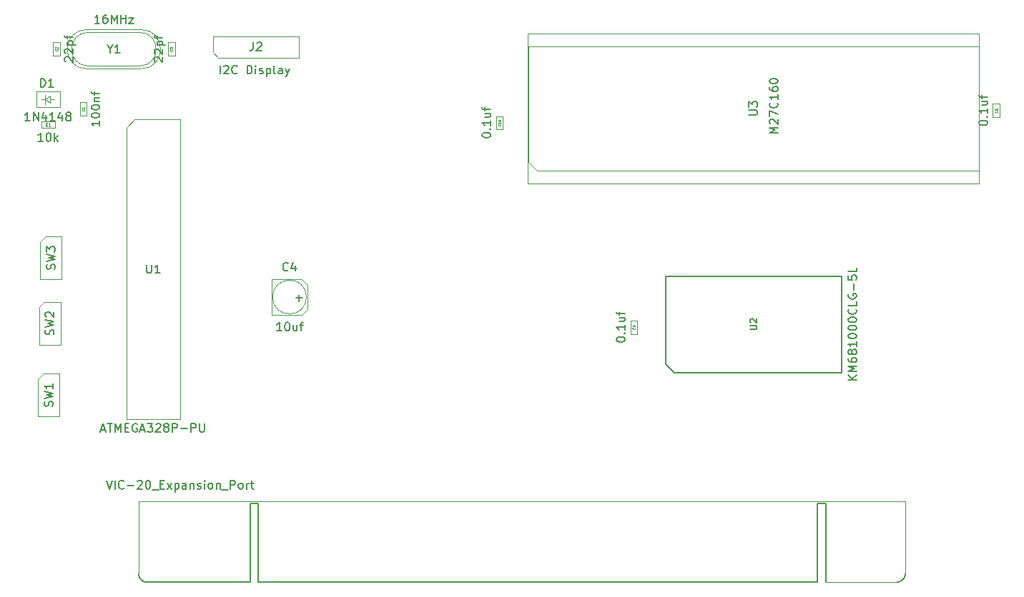
<source format=gbr>
G04 #@! TF.FileFunction,Other,Fab,Top*
%FSLAX46Y46*%
G04 Gerber Fmt 4.6, Leading zero omitted, Abs format (unit mm)*
G04 Created by KiCad (PCBNEW 4.0.7) date 07/14/18 13:42:47*
%MOMM*%
%LPD*%
G01*
G04 APERTURE LIST*
%ADD10C,0.100000*%
%ADD11C,0.150000*%
%ADD12C,0.075000*%
G04 APERTURE END LIST*
D10*
X107810300Y-59730400D02*
X107810300Y-46000400D01*
X107810300Y-46000400D02*
X161150300Y-46000400D01*
X161150300Y-46000400D02*
X161150300Y-60730400D01*
X161150300Y-60730400D02*
X108810300Y-60730400D01*
X108810300Y-60730400D02*
X107810300Y-59730400D01*
X107750300Y-62255400D02*
X161210300Y-62255400D01*
X161210300Y-62255400D02*
X161210300Y-44475400D01*
X161210300Y-44475400D02*
X107750300Y-44475400D01*
X107750300Y-44475400D02*
X107750300Y-62255400D01*
X54718000Y-54228900D02*
X54718000Y-52628900D01*
X54718000Y-52628900D02*
X55518000Y-52628900D01*
X55518000Y-52628900D02*
X55518000Y-54228900D01*
X55518000Y-54228900D02*
X54718000Y-54228900D01*
X51568400Y-47091500D02*
X51568400Y-45491500D01*
X51568400Y-45491500D02*
X52368400Y-45491500D01*
X52368400Y-45491500D02*
X52368400Y-47091500D01*
X52368400Y-47091500D02*
X51568400Y-47091500D01*
X65970100Y-45529600D02*
X65970100Y-47129600D01*
X65970100Y-47129600D02*
X65170100Y-47129600D01*
X65170100Y-47129600D02*
X65170100Y-45529600D01*
X65170100Y-45529600D02*
X65970100Y-45529600D01*
X81545180Y-75717400D02*
G75*
G03X81545180Y-75717400I-2000000J0D01*
G01*
X77415180Y-73587400D02*
X77415180Y-77847400D01*
X81005180Y-73587400D02*
X77415180Y-73587400D01*
X81675180Y-74257400D02*
X81005180Y-73587400D01*
X81675180Y-77177400D02*
X81675180Y-74257400D01*
X81005180Y-77847400D02*
X81675180Y-77177400D01*
X77415180Y-77847400D02*
X81005180Y-77847400D01*
X163620400Y-52806700D02*
X163620400Y-54406700D01*
X163620400Y-54406700D02*
X162820400Y-54406700D01*
X162820400Y-54406700D02*
X162820400Y-52806700D01*
X162820400Y-52806700D02*
X163620400Y-52806700D01*
X120709640Y-78493720D02*
X120709640Y-80093720D01*
X120709640Y-80093720D02*
X119909640Y-80093720D01*
X119909640Y-80093720D02*
X119909640Y-78493720D01*
X119909640Y-78493720D02*
X120709640Y-78493720D01*
X104804160Y-54267200D02*
X104804160Y-55867200D01*
X104804160Y-55867200D02*
X104004160Y-55867200D01*
X104004160Y-55867200D02*
X104004160Y-54267200D01*
X104004160Y-54267200D02*
X104804160Y-54267200D01*
X51189700Y-52273200D02*
X51689700Y-52273200D01*
X51189700Y-52673200D02*
X50589700Y-52273200D01*
X51189700Y-51873200D02*
X51189700Y-52673200D01*
X50589700Y-52273200D02*
X51189700Y-51873200D01*
X50589700Y-52273200D02*
X50589700Y-52823200D01*
X50589700Y-52273200D02*
X50589700Y-51723200D01*
X50189700Y-52273200D02*
X50589700Y-52273200D01*
X49539700Y-53173200D02*
X49539700Y-51373200D01*
X52339700Y-53173200D02*
X49539700Y-53173200D01*
X52339700Y-51373200D02*
X52339700Y-53173200D01*
X49539700Y-51373200D02*
X52339700Y-51373200D01*
X70485000Y-46697900D02*
X70485000Y-44792900D01*
X70485000Y-44792900D02*
X80645000Y-44792900D01*
X80645000Y-44792900D02*
X80645000Y-47332900D01*
X80645000Y-47332900D02*
X71120000Y-47332900D01*
X71120000Y-47332900D02*
X70485000Y-46697900D01*
X50139700Y-55695800D02*
X50139700Y-54895800D01*
X51739700Y-55695800D02*
X50139700Y-55695800D01*
X51739700Y-54895800D02*
X51739700Y-55695800D01*
X50139700Y-54895800D02*
X51739700Y-54895800D01*
X50419000Y-84797900D02*
X52324000Y-84797900D01*
X52324000Y-84797900D02*
X52324000Y-89877900D01*
X52324000Y-89877900D02*
X49784000Y-89877900D01*
X49784000Y-89877900D02*
X49784000Y-85432900D01*
X49784000Y-85432900D02*
X50419000Y-84797900D01*
X50546000Y-76288900D02*
X52451000Y-76288900D01*
X52451000Y-76288900D02*
X52451000Y-81368900D01*
X52451000Y-81368900D02*
X49911000Y-81368900D01*
X49911000Y-81368900D02*
X49911000Y-76923900D01*
X49911000Y-76923900D02*
X50546000Y-76288900D01*
X50673000Y-68541900D02*
X52578000Y-68541900D01*
X52578000Y-68541900D02*
X52578000Y-73621900D01*
X52578000Y-73621900D02*
X50038000Y-73621900D01*
X50038000Y-73621900D02*
X50038000Y-69176900D01*
X50038000Y-69176900D02*
X50673000Y-68541900D01*
X61948600Y-48654600D02*
X55548600Y-48654600D01*
X61948600Y-44004600D02*
X55548600Y-44004600D01*
X61748600Y-48329600D02*
X55748600Y-48329600D01*
X61748600Y-44329600D02*
X55748600Y-44329600D01*
X61948600Y-44004600D02*
G75*
G02X61948600Y-48654600I0J-2325000D01*
G01*
X55548600Y-44004600D02*
G75*
G03X55548600Y-48654600I0J-2325000D01*
G01*
X61748600Y-44329600D02*
G75*
G02X61748600Y-48329600I0J-2000000D01*
G01*
X55748600Y-44329600D02*
G75*
G03X55748600Y-48329600I0J-2000000D01*
G01*
X61205620Y-54648100D02*
X66555620Y-54648100D01*
X66555620Y-54648100D02*
X66555620Y-90208100D01*
X66555620Y-90208100D02*
X60205620Y-90208100D01*
X60205620Y-90208100D02*
X60205620Y-55648100D01*
X60205620Y-55648100D02*
X61205620Y-54648100D01*
D11*
X75861100Y-109523600D02*
X75861100Y-100203600D01*
X75861100Y-100203600D02*
X74861100Y-100203600D01*
X74861100Y-100203600D02*
X74861100Y-109523600D01*
X74861100Y-109523600D02*
X62661100Y-109523600D01*
X142061100Y-109523600D02*
X75861100Y-109523600D01*
X143061100Y-109523600D02*
X143061100Y-100203600D01*
X143061100Y-100203600D02*
X142061100Y-100203600D01*
X142061100Y-100203600D02*
X142061100Y-109523600D01*
X61661100Y-108523600D02*
G75*
G03X62661100Y-109523600I1000000J0D01*
G01*
X151461100Y-109523600D02*
G75*
G03X152461100Y-108523600I0J1000000D01*
G01*
D10*
X151461100Y-109523600D02*
X143061100Y-109523600D01*
X61661100Y-108523600D02*
X61661100Y-99923600D01*
X61661100Y-99923600D02*
X152461100Y-99923600D01*
X152461100Y-99923600D02*
X152461100Y-108523600D01*
D11*
X124075700Y-83658200D02*
X124075700Y-73228200D01*
X124075700Y-73228200D02*
X144935700Y-73228200D01*
X144935700Y-73228200D02*
X144935700Y-84658200D01*
X144935700Y-84658200D02*
X125075700Y-84658200D01*
X125075700Y-84658200D02*
X124075700Y-83658200D01*
X137358381Y-56287586D02*
X136358381Y-56287586D01*
X137072667Y-55954252D01*
X136358381Y-55620919D01*
X137358381Y-55620919D01*
X136453619Y-55192348D02*
X136406000Y-55144729D01*
X136358381Y-55049491D01*
X136358381Y-54811395D01*
X136406000Y-54716157D01*
X136453619Y-54668538D01*
X136548857Y-54620919D01*
X136644095Y-54620919D01*
X136786952Y-54668538D01*
X137358381Y-55239967D01*
X137358381Y-54620919D01*
X136358381Y-54287586D02*
X136358381Y-53620919D01*
X137358381Y-54049491D01*
X137263143Y-52668538D02*
X137310762Y-52716157D01*
X137358381Y-52859014D01*
X137358381Y-52954252D01*
X137310762Y-53097110D01*
X137215524Y-53192348D01*
X137120286Y-53239967D01*
X136929810Y-53287586D01*
X136786952Y-53287586D01*
X136596476Y-53239967D01*
X136501238Y-53192348D01*
X136406000Y-53097110D01*
X136358381Y-52954252D01*
X136358381Y-52859014D01*
X136406000Y-52716157D01*
X136453619Y-52668538D01*
X137358381Y-51716157D02*
X137358381Y-52287586D01*
X137358381Y-52001872D02*
X136358381Y-52001872D01*
X136501238Y-52097110D01*
X136596476Y-52192348D01*
X136644095Y-52287586D01*
X136358381Y-50859014D02*
X136358381Y-51049491D01*
X136406000Y-51144729D01*
X136453619Y-51192348D01*
X136596476Y-51287586D01*
X136786952Y-51335205D01*
X137167905Y-51335205D01*
X137263143Y-51287586D01*
X137310762Y-51239967D01*
X137358381Y-51144729D01*
X137358381Y-50954252D01*
X137310762Y-50859014D01*
X137263143Y-50811395D01*
X137167905Y-50763776D01*
X136929810Y-50763776D01*
X136834571Y-50811395D01*
X136786952Y-50859014D01*
X136739333Y-50954252D01*
X136739333Y-51144729D01*
X136786952Y-51239967D01*
X136834571Y-51287586D01*
X136929810Y-51335205D01*
X136358381Y-50144729D02*
X136358381Y-50049490D01*
X136406000Y-49954252D01*
X136453619Y-49906633D01*
X136548857Y-49859014D01*
X136739333Y-49811395D01*
X136977429Y-49811395D01*
X137167905Y-49859014D01*
X137263143Y-49906633D01*
X137310762Y-49954252D01*
X137358381Y-50049490D01*
X137358381Y-50144729D01*
X137310762Y-50239967D01*
X137263143Y-50287586D01*
X137167905Y-50335205D01*
X136977429Y-50382824D01*
X136739333Y-50382824D01*
X136548857Y-50335205D01*
X136453619Y-50287586D01*
X136406000Y-50239967D01*
X136358381Y-50144729D01*
X133932681Y-54127305D02*
X134742205Y-54127305D01*
X134837443Y-54079686D01*
X134885062Y-54032067D01*
X134932681Y-53936829D01*
X134932681Y-53746352D01*
X134885062Y-53651114D01*
X134837443Y-53603495D01*
X134742205Y-53555876D01*
X133932681Y-53555876D01*
X133932681Y-53174924D02*
X133932681Y-52555876D01*
X134313633Y-52889210D01*
X134313633Y-52746352D01*
X134361252Y-52651114D01*
X134408871Y-52603495D01*
X134504110Y-52555876D01*
X134742205Y-52555876D01*
X134837443Y-52603495D01*
X134885062Y-52651114D01*
X134932681Y-52746352D01*
X134932681Y-53032067D01*
X134885062Y-53127305D01*
X134837443Y-53174924D01*
X57070381Y-54833662D02*
X57070381Y-55405091D01*
X57070381Y-55119377D02*
X56070381Y-55119377D01*
X56213238Y-55214615D01*
X56308476Y-55309853D01*
X56356095Y-55405091D01*
X56070381Y-54214615D02*
X56070381Y-54119376D01*
X56118000Y-54024138D01*
X56165619Y-53976519D01*
X56260857Y-53928900D01*
X56451333Y-53881281D01*
X56689429Y-53881281D01*
X56879905Y-53928900D01*
X56975143Y-53976519D01*
X57022762Y-54024138D01*
X57070381Y-54119376D01*
X57070381Y-54214615D01*
X57022762Y-54309853D01*
X56975143Y-54357472D01*
X56879905Y-54405091D01*
X56689429Y-54452710D01*
X56451333Y-54452710D01*
X56260857Y-54405091D01*
X56165619Y-54357472D01*
X56118000Y-54309853D01*
X56070381Y-54214615D01*
X56070381Y-53262234D02*
X56070381Y-53166995D01*
X56118000Y-53071757D01*
X56165619Y-53024138D01*
X56260857Y-52976519D01*
X56451333Y-52928900D01*
X56689429Y-52928900D01*
X56879905Y-52976519D01*
X56975143Y-53024138D01*
X57022762Y-53071757D01*
X57070381Y-53166995D01*
X57070381Y-53262234D01*
X57022762Y-53357472D01*
X56975143Y-53405091D01*
X56879905Y-53452710D01*
X56689429Y-53500329D01*
X56451333Y-53500329D01*
X56260857Y-53452710D01*
X56165619Y-53405091D01*
X56118000Y-53357472D01*
X56070381Y-53262234D01*
X56403714Y-52500329D02*
X57070381Y-52500329D01*
X56498952Y-52500329D02*
X56451333Y-52452710D01*
X56403714Y-52357472D01*
X56403714Y-52214614D01*
X56451333Y-52119376D01*
X56546571Y-52071757D01*
X57070381Y-52071757D01*
X56403714Y-51738424D02*
X56403714Y-51357472D01*
X57070381Y-51595567D02*
X56213238Y-51595567D01*
X56118000Y-51547948D01*
X56070381Y-51452710D01*
X56070381Y-51357472D01*
D12*
X55225143Y-53478900D02*
X55239429Y-53493186D01*
X55253714Y-53536043D01*
X55253714Y-53564614D01*
X55239429Y-53607471D01*
X55210857Y-53636043D01*
X55182286Y-53650328D01*
X55125143Y-53664614D01*
X55082286Y-53664614D01*
X55025143Y-53650328D01*
X54996571Y-53636043D01*
X54968000Y-53607471D01*
X54953714Y-53564614D01*
X54953714Y-53536043D01*
X54968000Y-53493186D01*
X54982286Y-53478900D01*
X55253714Y-53193186D02*
X55253714Y-53364614D01*
X55253714Y-53278900D02*
X54953714Y-53278900D01*
X54996571Y-53307471D01*
X55025143Y-53336043D01*
X55039429Y-53364614D01*
D11*
X53016019Y-47791500D02*
X52968400Y-47743881D01*
X52920781Y-47648643D01*
X52920781Y-47410547D01*
X52968400Y-47315309D01*
X53016019Y-47267690D01*
X53111257Y-47220071D01*
X53206495Y-47220071D01*
X53349352Y-47267690D01*
X53920781Y-47839119D01*
X53920781Y-47220071D01*
X53016019Y-46839119D02*
X52968400Y-46791500D01*
X52920781Y-46696262D01*
X52920781Y-46458166D01*
X52968400Y-46362928D01*
X53016019Y-46315309D01*
X53111257Y-46267690D01*
X53206495Y-46267690D01*
X53349352Y-46315309D01*
X53920781Y-46886738D01*
X53920781Y-46267690D01*
X53254114Y-45839119D02*
X54254114Y-45839119D01*
X53301733Y-45839119D02*
X53254114Y-45743881D01*
X53254114Y-45553404D01*
X53301733Y-45458166D01*
X53349352Y-45410547D01*
X53444590Y-45362928D01*
X53730305Y-45362928D01*
X53825543Y-45410547D01*
X53873162Y-45458166D01*
X53920781Y-45553404D01*
X53920781Y-45743881D01*
X53873162Y-45839119D01*
X53254114Y-45077214D02*
X53254114Y-44696262D01*
X53920781Y-44934357D02*
X53063638Y-44934357D01*
X52968400Y-44886738D01*
X52920781Y-44791500D01*
X52920781Y-44696262D01*
D12*
X52075543Y-46341500D02*
X52089829Y-46355786D01*
X52104114Y-46398643D01*
X52104114Y-46427214D01*
X52089829Y-46470071D01*
X52061257Y-46498643D01*
X52032686Y-46512928D01*
X51975543Y-46527214D01*
X51932686Y-46527214D01*
X51875543Y-46512928D01*
X51846971Y-46498643D01*
X51818400Y-46470071D01*
X51804114Y-46427214D01*
X51804114Y-46398643D01*
X51818400Y-46355786D01*
X51832686Y-46341500D01*
X51832686Y-46227214D02*
X51818400Y-46212928D01*
X51804114Y-46184357D01*
X51804114Y-46112928D01*
X51818400Y-46084357D01*
X51832686Y-46070071D01*
X51861257Y-46055786D01*
X51889829Y-46055786D01*
X51932686Y-46070071D01*
X52104114Y-46241500D01*
X52104114Y-46055786D01*
D11*
X63617719Y-47829600D02*
X63570100Y-47781981D01*
X63522481Y-47686743D01*
X63522481Y-47448647D01*
X63570100Y-47353409D01*
X63617719Y-47305790D01*
X63712957Y-47258171D01*
X63808195Y-47258171D01*
X63951052Y-47305790D01*
X64522481Y-47877219D01*
X64522481Y-47258171D01*
X63617719Y-46877219D02*
X63570100Y-46829600D01*
X63522481Y-46734362D01*
X63522481Y-46496266D01*
X63570100Y-46401028D01*
X63617719Y-46353409D01*
X63712957Y-46305790D01*
X63808195Y-46305790D01*
X63951052Y-46353409D01*
X64522481Y-46924838D01*
X64522481Y-46305790D01*
X63855814Y-45877219D02*
X64855814Y-45877219D01*
X63903433Y-45877219D02*
X63855814Y-45781981D01*
X63855814Y-45591504D01*
X63903433Y-45496266D01*
X63951052Y-45448647D01*
X64046290Y-45401028D01*
X64332005Y-45401028D01*
X64427243Y-45448647D01*
X64474862Y-45496266D01*
X64522481Y-45591504D01*
X64522481Y-45781981D01*
X64474862Y-45877219D01*
X63855814Y-45115314D02*
X63855814Y-44734362D01*
X64522481Y-44972457D02*
X63665338Y-44972457D01*
X63570100Y-44924838D01*
X63522481Y-44829600D01*
X63522481Y-44734362D01*
D12*
X65677243Y-46379600D02*
X65691529Y-46393886D01*
X65705814Y-46436743D01*
X65705814Y-46465314D01*
X65691529Y-46508171D01*
X65662957Y-46536743D01*
X65634386Y-46551028D01*
X65577243Y-46565314D01*
X65534386Y-46565314D01*
X65477243Y-46551028D01*
X65448671Y-46536743D01*
X65420100Y-46508171D01*
X65405814Y-46465314D01*
X65405814Y-46436743D01*
X65420100Y-46393886D01*
X65434386Y-46379600D01*
X65405814Y-46279600D02*
X65405814Y-46093886D01*
X65520100Y-46193886D01*
X65520100Y-46151028D01*
X65534386Y-46122457D01*
X65548671Y-46108171D01*
X65577243Y-46093886D01*
X65648671Y-46093886D01*
X65677243Y-46108171D01*
X65691529Y-46122457D01*
X65705814Y-46151028D01*
X65705814Y-46236743D01*
X65691529Y-46265314D01*
X65677243Y-46279600D01*
D11*
X78616609Y-79709781D02*
X78045180Y-79709781D01*
X78330894Y-79709781D02*
X78330894Y-78709781D01*
X78235656Y-78852638D01*
X78140418Y-78947876D01*
X78045180Y-78995495D01*
X79235656Y-78709781D02*
X79330895Y-78709781D01*
X79426133Y-78757400D01*
X79473752Y-78805019D01*
X79521371Y-78900257D01*
X79568990Y-79090733D01*
X79568990Y-79328829D01*
X79521371Y-79519305D01*
X79473752Y-79614543D01*
X79426133Y-79662162D01*
X79330895Y-79709781D01*
X79235656Y-79709781D01*
X79140418Y-79662162D01*
X79092799Y-79614543D01*
X79045180Y-79519305D01*
X78997561Y-79328829D01*
X78997561Y-79090733D01*
X79045180Y-78900257D01*
X79092799Y-78805019D01*
X79140418Y-78757400D01*
X79235656Y-78709781D01*
X80426133Y-79043114D02*
X80426133Y-79709781D01*
X79997561Y-79043114D02*
X79997561Y-79566924D01*
X80045180Y-79662162D01*
X80140418Y-79709781D01*
X80283276Y-79709781D01*
X80378514Y-79662162D01*
X80426133Y-79614543D01*
X80759466Y-79043114D02*
X81140418Y-79043114D01*
X80902323Y-79709781D02*
X80902323Y-78852638D01*
X80949942Y-78757400D01*
X81045180Y-78709781D01*
X81140418Y-78709781D01*
X80284228Y-75848829D02*
X81046133Y-75848829D01*
X80665181Y-76229781D02*
X80665181Y-75467876D01*
X79378514Y-72534543D02*
X79330895Y-72582162D01*
X79188038Y-72629781D01*
X79092800Y-72629781D01*
X78949942Y-72582162D01*
X78854704Y-72486924D01*
X78807085Y-72391686D01*
X78759466Y-72201210D01*
X78759466Y-72058352D01*
X78807085Y-71867876D01*
X78854704Y-71772638D01*
X78949942Y-71677400D01*
X79092800Y-71629781D01*
X79188038Y-71629781D01*
X79330895Y-71677400D01*
X79378514Y-71725019D01*
X80235657Y-71963114D02*
X80235657Y-72629781D01*
X79997561Y-71582162D02*
X79759466Y-72296448D01*
X80378514Y-72296448D01*
X161172781Y-55106700D02*
X161172781Y-55011461D01*
X161220400Y-54916223D01*
X161268019Y-54868604D01*
X161363257Y-54820985D01*
X161553733Y-54773366D01*
X161791829Y-54773366D01*
X161982305Y-54820985D01*
X162077543Y-54868604D01*
X162125162Y-54916223D01*
X162172781Y-55011461D01*
X162172781Y-55106700D01*
X162125162Y-55201938D01*
X162077543Y-55249557D01*
X161982305Y-55297176D01*
X161791829Y-55344795D01*
X161553733Y-55344795D01*
X161363257Y-55297176D01*
X161268019Y-55249557D01*
X161220400Y-55201938D01*
X161172781Y-55106700D01*
X162077543Y-54344795D02*
X162125162Y-54297176D01*
X162172781Y-54344795D01*
X162125162Y-54392414D01*
X162077543Y-54344795D01*
X162172781Y-54344795D01*
X162172781Y-53344795D02*
X162172781Y-53916224D01*
X162172781Y-53630510D02*
X161172781Y-53630510D01*
X161315638Y-53725748D01*
X161410876Y-53820986D01*
X161458495Y-53916224D01*
X161506114Y-52487652D02*
X162172781Y-52487652D01*
X161506114Y-52916224D02*
X162029924Y-52916224D01*
X162125162Y-52868605D01*
X162172781Y-52773367D01*
X162172781Y-52630509D01*
X162125162Y-52535271D01*
X162077543Y-52487652D01*
X161506114Y-52154319D02*
X161506114Y-51773367D01*
X162172781Y-52011462D02*
X161315638Y-52011462D01*
X161220400Y-51963843D01*
X161172781Y-51868605D01*
X161172781Y-51773367D01*
D12*
X163327543Y-53656700D02*
X163341829Y-53670986D01*
X163356114Y-53713843D01*
X163356114Y-53742414D01*
X163341829Y-53785271D01*
X163313257Y-53813843D01*
X163284686Y-53828128D01*
X163227543Y-53842414D01*
X163184686Y-53842414D01*
X163127543Y-53828128D01*
X163098971Y-53813843D01*
X163070400Y-53785271D01*
X163056114Y-53742414D01*
X163056114Y-53713843D01*
X163070400Y-53670986D01*
X163084686Y-53656700D01*
X163056114Y-53385271D02*
X163056114Y-53528128D01*
X163198971Y-53542414D01*
X163184686Y-53528128D01*
X163170400Y-53499557D01*
X163170400Y-53428128D01*
X163184686Y-53399557D01*
X163198971Y-53385271D01*
X163227543Y-53370986D01*
X163298971Y-53370986D01*
X163327543Y-53385271D01*
X163341829Y-53399557D01*
X163356114Y-53428128D01*
X163356114Y-53499557D01*
X163341829Y-53528128D01*
X163327543Y-53542414D01*
D11*
X118262021Y-80793720D02*
X118262021Y-80698481D01*
X118309640Y-80603243D01*
X118357259Y-80555624D01*
X118452497Y-80508005D01*
X118642973Y-80460386D01*
X118881069Y-80460386D01*
X119071545Y-80508005D01*
X119166783Y-80555624D01*
X119214402Y-80603243D01*
X119262021Y-80698481D01*
X119262021Y-80793720D01*
X119214402Y-80888958D01*
X119166783Y-80936577D01*
X119071545Y-80984196D01*
X118881069Y-81031815D01*
X118642973Y-81031815D01*
X118452497Y-80984196D01*
X118357259Y-80936577D01*
X118309640Y-80888958D01*
X118262021Y-80793720D01*
X119166783Y-80031815D02*
X119214402Y-79984196D01*
X119262021Y-80031815D01*
X119214402Y-80079434D01*
X119166783Y-80031815D01*
X119262021Y-80031815D01*
X119262021Y-79031815D02*
X119262021Y-79603244D01*
X119262021Y-79317530D02*
X118262021Y-79317530D01*
X118404878Y-79412768D01*
X118500116Y-79508006D01*
X118547735Y-79603244D01*
X118595354Y-78174672D02*
X119262021Y-78174672D01*
X118595354Y-78603244D02*
X119119164Y-78603244D01*
X119214402Y-78555625D01*
X119262021Y-78460387D01*
X119262021Y-78317529D01*
X119214402Y-78222291D01*
X119166783Y-78174672D01*
X118595354Y-77841339D02*
X118595354Y-77460387D01*
X119262021Y-77698482D02*
X118404878Y-77698482D01*
X118309640Y-77650863D01*
X118262021Y-77555625D01*
X118262021Y-77460387D01*
D12*
X120416783Y-79343720D02*
X120431069Y-79358006D01*
X120445354Y-79400863D01*
X120445354Y-79429434D01*
X120431069Y-79472291D01*
X120402497Y-79500863D01*
X120373926Y-79515148D01*
X120316783Y-79529434D01*
X120273926Y-79529434D01*
X120216783Y-79515148D01*
X120188211Y-79500863D01*
X120159640Y-79472291D01*
X120145354Y-79429434D01*
X120145354Y-79400863D01*
X120159640Y-79358006D01*
X120173926Y-79343720D01*
X120145354Y-79086577D02*
X120145354Y-79143720D01*
X120159640Y-79172291D01*
X120173926Y-79186577D01*
X120216783Y-79215148D01*
X120273926Y-79229434D01*
X120388211Y-79229434D01*
X120416783Y-79215148D01*
X120431069Y-79200863D01*
X120445354Y-79172291D01*
X120445354Y-79115148D01*
X120431069Y-79086577D01*
X120416783Y-79072291D01*
X120388211Y-79058006D01*
X120316783Y-79058006D01*
X120288211Y-79072291D01*
X120273926Y-79086577D01*
X120259640Y-79115148D01*
X120259640Y-79172291D01*
X120273926Y-79200863D01*
X120288211Y-79215148D01*
X120316783Y-79229434D01*
D11*
X102356541Y-56567200D02*
X102356541Y-56471961D01*
X102404160Y-56376723D01*
X102451779Y-56329104D01*
X102547017Y-56281485D01*
X102737493Y-56233866D01*
X102975589Y-56233866D01*
X103166065Y-56281485D01*
X103261303Y-56329104D01*
X103308922Y-56376723D01*
X103356541Y-56471961D01*
X103356541Y-56567200D01*
X103308922Y-56662438D01*
X103261303Y-56710057D01*
X103166065Y-56757676D01*
X102975589Y-56805295D01*
X102737493Y-56805295D01*
X102547017Y-56757676D01*
X102451779Y-56710057D01*
X102404160Y-56662438D01*
X102356541Y-56567200D01*
X103261303Y-55805295D02*
X103308922Y-55757676D01*
X103356541Y-55805295D01*
X103308922Y-55852914D01*
X103261303Y-55805295D01*
X103356541Y-55805295D01*
X103356541Y-54805295D02*
X103356541Y-55376724D01*
X103356541Y-55091010D02*
X102356541Y-55091010D01*
X102499398Y-55186248D01*
X102594636Y-55281486D01*
X102642255Y-55376724D01*
X102689874Y-53948152D02*
X103356541Y-53948152D01*
X102689874Y-54376724D02*
X103213684Y-54376724D01*
X103308922Y-54329105D01*
X103356541Y-54233867D01*
X103356541Y-54091009D01*
X103308922Y-53995771D01*
X103261303Y-53948152D01*
X102689874Y-53614819D02*
X102689874Y-53233867D01*
X103356541Y-53471962D02*
X102499398Y-53471962D01*
X102404160Y-53424343D01*
X102356541Y-53329105D01*
X102356541Y-53233867D01*
D12*
X104511303Y-55260057D02*
X104525589Y-55274343D01*
X104539874Y-55317200D01*
X104539874Y-55345771D01*
X104525589Y-55388628D01*
X104497017Y-55417200D01*
X104468446Y-55431485D01*
X104411303Y-55445771D01*
X104368446Y-55445771D01*
X104311303Y-55431485D01*
X104282731Y-55417200D01*
X104254160Y-55388628D01*
X104239874Y-55345771D01*
X104239874Y-55317200D01*
X104254160Y-55274343D01*
X104268446Y-55260057D01*
X104539874Y-54974343D02*
X104539874Y-55145771D01*
X104539874Y-55060057D02*
X104239874Y-55060057D01*
X104282731Y-55088628D01*
X104311303Y-55117200D01*
X104325589Y-55145771D01*
X104239874Y-54788629D02*
X104239874Y-54760057D01*
X104254160Y-54731486D01*
X104268446Y-54717200D01*
X104297017Y-54702914D01*
X104354160Y-54688629D01*
X104425589Y-54688629D01*
X104482731Y-54702914D01*
X104511303Y-54717200D01*
X104525589Y-54731486D01*
X104539874Y-54760057D01*
X104539874Y-54788629D01*
X104525589Y-54817200D01*
X104511303Y-54831486D01*
X104482731Y-54845771D01*
X104425589Y-54860057D01*
X104354160Y-54860057D01*
X104297017Y-54845771D01*
X104268446Y-54831486D01*
X104254160Y-54817200D01*
X104239874Y-54788629D01*
D11*
X48796843Y-54825581D02*
X48225414Y-54825581D01*
X48511128Y-54825581D02*
X48511128Y-53825581D01*
X48415890Y-53968438D01*
X48320652Y-54063676D01*
X48225414Y-54111295D01*
X49225414Y-54825581D02*
X49225414Y-53825581D01*
X49796843Y-54825581D01*
X49796843Y-53825581D01*
X50701605Y-54158914D02*
X50701605Y-54825581D01*
X50463509Y-53777962D02*
X50225414Y-54492248D01*
X50844462Y-54492248D01*
X51749224Y-54825581D02*
X51177795Y-54825581D01*
X51463509Y-54825581D02*
X51463509Y-53825581D01*
X51368271Y-53968438D01*
X51273033Y-54063676D01*
X51177795Y-54111295D01*
X52606367Y-54158914D02*
X52606367Y-54825581D01*
X52368271Y-53777962D02*
X52130176Y-54492248D01*
X52749224Y-54492248D01*
X53273033Y-54254152D02*
X53177795Y-54206533D01*
X53130176Y-54158914D01*
X53082557Y-54063676D01*
X53082557Y-54016057D01*
X53130176Y-53920819D01*
X53177795Y-53873200D01*
X53273033Y-53825581D01*
X53463510Y-53825581D01*
X53558748Y-53873200D01*
X53606367Y-53920819D01*
X53653986Y-54016057D01*
X53653986Y-54063676D01*
X53606367Y-54158914D01*
X53558748Y-54206533D01*
X53463510Y-54254152D01*
X53273033Y-54254152D01*
X53177795Y-54301771D01*
X53130176Y-54349390D01*
X53082557Y-54444629D01*
X53082557Y-54635105D01*
X53130176Y-54730343D01*
X53177795Y-54777962D01*
X53273033Y-54825581D01*
X53463510Y-54825581D01*
X53558748Y-54777962D01*
X53606367Y-54730343D01*
X53653986Y-54635105D01*
X53653986Y-54444629D01*
X53606367Y-54349390D01*
X53558748Y-54301771D01*
X53463510Y-54254152D01*
X50074605Y-50820581D02*
X50074605Y-49820581D01*
X50312700Y-49820581D01*
X50455558Y-49868200D01*
X50550796Y-49963438D01*
X50598415Y-50058676D01*
X50646034Y-50249152D01*
X50646034Y-50392010D01*
X50598415Y-50582486D01*
X50550796Y-50677724D01*
X50455558Y-50772962D01*
X50312700Y-50820581D01*
X50074605Y-50820581D01*
X51598415Y-50820581D02*
X51026986Y-50820581D01*
X51312700Y-50820581D02*
X51312700Y-49820581D01*
X51217462Y-49963438D01*
X51122224Y-50058676D01*
X51026986Y-50106295D01*
X71339581Y-49258481D02*
X71339581Y-48258481D01*
X71768152Y-48353719D02*
X71815771Y-48306100D01*
X71911009Y-48258481D01*
X72149105Y-48258481D01*
X72244343Y-48306100D01*
X72291962Y-48353719D01*
X72339581Y-48448957D01*
X72339581Y-48544195D01*
X72291962Y-48687052D01*
X71720533Y-49258481D01*
X72339581Y-49258481D01*
X73339581Y-49163243D02*
X73291962Y-49210862D01*
X73149105Y-49258481D01*
X73053867Y-49258481D01*
X72911009Y-49210862D01*
X72815771Y-49115624D01*
X72768152Y-49020386D01*
X72720533Y-48829910D01*
X72720533Y-48687052D01*
X72768152Y-48496576D01*
X72815771Y-48401338D01*
X72911009Y-48306100D01*
X73053867Y-48258481D01*
X73149105Y-48258481D01*
X73291962Y-48306100D01*
X73339581Y-48353719D01*
X74530057Y-49258481D02*
X74530057Y-48258481D01*
X74768152Y-48258481D01*
X74911010Y-48306100D01*
X75006248Y-48401338D01*
X75053867Y-48496576D01*
X75101486Y-48687052D01*
X75101486Y-48829910D01*
X75053867Y-49020386D01*
X75006248Y-49115624D01*
X74911010Y-49210862D01*
X74768152Y-49258481D01*
X74530057Y-49258481D01*
X75530057Y-49258481D02*
X75530057Y-48591814D01*
X75530057Y-48258481D02*
X75482438Y-48306100D01*
X75530057Y-48353719D01*
X75577676Y-48306100D01*
X75530057Y-48258481D01*
X75530057Y-48353719D01*
X75958628Y-49210862D02*
X76053866Y-49258481D01*
X76244342Y-49258481D01*
X76339581Y-49210862D01*
X76387200Y-49115624D01*
X76387200Y-49068005D01*
X76339581Y-48972767D01*
X76244342Y-48925148D01*
X76101485Y-48925148D01*
X76006247Y-48877529D01*
X75958628Y-48782290D01*
X75958628Y-48734671D01*
X76006247Y-48639433D01*
X76101485Y-48591814D01*
X76244342Y-48591814D01*
X76339581Y-48639433D01*
X76815771Y-48591814D02*
X76815771Y-49591814D01*
X76815771Y-48639433D02*
X76911009Y-48591814D01*
X77101486Y-48591814D01*
X77196724Y-48639433D01*
X77244343Y-48687052D01*
X77291962Y-48782290D01*
X77291962Y-49068005D01*
X77244343Y-49163243D01*
X77196724Y-49210862D01*
X77101486Y-49258481D01*
X76911009Y-49258481D01*
X76815771Y-49210862D01*
X77863390Y-49258481D02*
X77768152Y-49210862D01*
X77720533Y-49115624D01*
X77720533Y-48258481D01*
X78672915Y-49258481D02*
X78672915Y-48734671D01*
X78625296Y-48639433D01*
X78530058Y-48591814D01*
X78339581Y-48591814D01*
X78244343Y-48639433D01*
X78672915Y-49210862D02*
X78577677Y-49258481D01*
X78339581Y-49258481D01*
X78244343Y-49210862D01*
X78196724Y-49115624D01*
X78196724Y-49020386D01*
X78244343Y-48925148D01*
X78339581Y-48877529D01*
X78577677Y-48877529D01*
X78672915Y-48829910D01*
X79053867Y-48591814D02*
X79291962Y-49258481D01*
X79530058Y-48591814D02*
X79291962Y-49258481D01*
X79196724Y-49496576D01*
X79149105Y-49544195D01*
X79053867Y-49591814D01*
X75231667Y-45515281D02*
X75231667Y-46229567D01*
X75184047Y-46372424D01*
X75088809Y-46467662D01*
X74945952Y-46515281D01*
X74850714Y-46515281D01*
X75660238Y-45610519D02*
X75707857Y-45562900D01*
X75803095Y-45515281D01*
X76041191Y-45515281D01*
X76136429Y-45562900D01*
X76184048Y-45610519D01*
X76231667Y-45705757D01*
X76231667Y-45800995D01*
X76184048Y-45943852D01*
X75612619Y-46515281D01*
X76231667Y-46515281D01*
X50344462Y-57248181D02*
X49773033Y-57248181D01*
X50058747Y-57248181D02*
X50058747Y-56248181D01*
X49963509Y-56391038D01*
X49868271Y-56486276D01*
X49773033Y-56533895D01*
X50963509Y-56248181D02*
X51058748Y-56248181D01*
X51153986Y-56295800D01*
X51201605Y-56343419D01*
X51249224Y-56438657D01*
X51296843Y-56629133D01*
X51296843Y-56867229D01*
X51249224Y-57057705D01*
X51201605Y-57152943D01*
X51153986Y-57200562D01*
X51058748Y-57248181D01*
X50963509Y-57248181D01*
X50868271Y-57200562D01*
X50820652Y-57152943D01*
X50773033Y-57057705D01*
X50725414Y-56867229D01*
X50725414Y-56629133D01*
X50773033Y-56438657D01*
X50820652Y-56343419D01*
X50868271Y-56295800D01*
X50963509Y-56248181D01*
X51725414Y-57248181D02*
X51725414Y-56248181D01*
X51820652Y-56867229D02*
X52106367Y-57248181D01*
X52106367Y-56581514D02*
X51725414Y-56962467D01*
D12*
X50873034Y-55476752D02*
X50739700Y-55286276D01*
X50644462Y-55476752D02*
X50644462Y-55076752D01*
X50796843Y-55076752D01*
X50834938Y-55095800D01*
X50853986Y-55114848D01*
X50873034Y-55152943D01*
X50873034Y-55210086D01*
X50853986Y-55248181D01*
X50834938Y-55267229D01*
X50796843Y-55286276D01*
X50644462Y-55286276D01*
X51253986Y-55476752D02*
X51025414Y-55476752D01*
X51139700Y-55476752D02*
X51139700Y-55076752D01*
X51101605Y-55133895D01*
X51063510Y-55171990D01*
X51025414Y-55191038D01*
D11*
X51458762Y-88671233D02*
X51506381Y-88528376D01*
X51506381Y-88290280D01*
X51458762Y-88195042D01*
X51411143Y-88147423D01*
X51315905Y-88099804D01*
X51220667Y-88099804D01*
X51125429Y-88147423D01*
X51077810Y-88195042D01*
X51030190Y-88290280D01*
X50982571Y-88480757D01*
X50934952Y-88575995D01*
X50887333Y-88623614D01*
X50792095Y-88671233D01*
X50696857Y-88671233D01*
X50601619Y-88623614D01*
X50554000Y-88575995D01*
X50506381Y-88480757D01*
X50506381Y-88242661D01*
X50554000Y-88099804D01*
X50506381Y-87766471D02*
X51506381Y-87528376D01*
X50792095Y-87337899D01*
X51506381Y-87147423D01*
X50506381Y-86909328D01*
X51506381Y-86004566D02*
X51506381Y-86575995D01*
X51506381Y-86290281D02*
X50506381Y-86290281D01*
X50649238Y-86385519D01*
X50744476Y-86480757D01*
X50792095Y-86575995D01*
X51585762Y-80162233D02*
X51633381Y-80019376D01*
X51633381Y-79781280D01*
X51585762Y-79686042D01*
X51538143Y-79638423D01*
X51442905Y-79590804D01*
X51347667Y-79590804D01*
X51252429Y-79638423D01*
X51204810Y-79686042D01*
X51157190Y-79781280D01*
X51109571Y-79971757D01*
X51061952Y-80066995D01*
X51014333Y-80114614D01*
X50919095Y-80162233D01*
X50823857Y-80162233D01*
X50728619Y-80114614D01*
X50681000Y-80066995D01*
X50633381Y-79971757D01*
X50633381Y-79733661D01*
X50681000Y-79590804D01*
X50633381Y-79257471D02*
X51633381Y-79019376D01*
X50919095Y-78828899D01*
X51633381Y-78638423D01*
X50633381Y-78400328D01*
X50728619Y-78066995D02*
X50681000Y-78019376D01*
X50633381Y-77924138D01*
X50633381Y-77686042D01*
X50681000Y-77590804D01*
X50728619Y-77543185D01*
X50823857Y-77495566D01*
X50919095Y-77495566D01*
X51061952Y-77543185D01*
X51633381Y-78114614D01*
X51633381Y-77495566D01*
X51712762Y-72415233D02*
X51760381Y-72272376D01*
X51760381Y-72034280D01*
X51712762Y-71939042D01*
X51665143Y-71891423D01*
X51569905Y-71843804D01*
X51474667Y-71843804D01*
X51379429Y-71891423D01*
X51331810Y-71939042D01*
X51284190Y-72034280D01*
X51236571Y-72224757D01*
X51188952Y-72319995D01*
X51141333Y-72367614D01*
X51046095Y-72415233D01*
X50950857Y-72415233D01*
X50855619Y-72367614D01*
X50808000Y-72319995D01*
X50760381Y-72224757D01*
X50760381Y-71986661D01*
X50808000Y-71843804D01*
X50760381Y-71510471D02*
X51760381Y-71272376D01*
X51046095Y-71081899D01*
X51760381Y-70891423D01*
X50760381Y-70653328D01*
X50760381Y-70367614D02*
X50760381Y-69748566D01*
X51141333Y-70081900D01*
X51141333Y-69939042D01*
X51188952Y-69843804D01*
X51236571Y-69796185D01*
X51331810Y-69748566D01*
X51569905Y-69748566D01*
X51665143Y-69796185D01*
X51712762Y-69843804D01*
X51760381Y-69939042D01*
X51760381Y-70224757D01*
X51712762Y-70319995D01*
X51665143Y-70367614D01*
X57058124Y-43256981D02*
X56486695Y-43256981D01*
X56772409Y-43256981D02*
X56772409Y-42256981D01*
X56677171Y-42399838D01*
X56581933Y-42495076D01*
X56486695Y-42542695D01*
X57915267Y-42256981D02*
X57724790Y-42256981D01*
X57629552Y-42304600D01*
X57581933Y-42352219D01*
X57486695Y-42495076D01*
X57439076Y-42685552D01*
X57439076Y-43066505D01*
X57486695Y-43161743D01*
X57534314Y-43209362D01*
X57629552Y-43256981D01*
X57820029Y-43256981D01*
X57915267Y-43209362D01*
X57962886Y-43161743D01*
X58010505Y-43066505D01*
X58010505Y-42828410D01*
X57962886Y-42733171D01*
X57915267Y-42685552D01*
X57820029Y-42637933D01*
X57629552Y-42637933D01*
X57534314Y-42685552D01*
X57486695Y-42733171D01*
X57439076Y-42828410D01*
X58439076Y-43256981D02*
X58439076Y-42256981D01*
X58772410Y-42971267D01*
X59105743Y-42256981D01*
X59105743Y-43256981D01*
X59581933Y-43256981D02*
X59581933Y-42256981D01*
X59581933Y-42733171D02*
X60153362Y-42733171D01*
X60153362Y-43256981D02*
X60153362Y-42256981D01*
X60534314Y-42590314D02*
X61058124Y-42590314D01*
X60534314Y-43256981D01*
X61058124Y-43256981D01*
X58272409Y-46305790D02*
X58272409Y-46781981D01*
X57939076Y-45781981D02*
X58272409Y-46305790D01*
X58605743Y-45781981D01*
X59462886Y-46781981D02*
X58891457Y-46781981D01*
X59177171Y-46781981D02*
X59177171Y-45781981D01*
X59081933Y-45924838D01*
X58986695Y-46020076D01*
X58891457Y-46067695D01*
X57237763Y-91434767D02*
X57713954Y-91434767D01*
X57142525Y-91720481D02*
X57475858Y-90720481D01*
X57809192Y-91720481D01*
X57999668Y-90720481D02*
X58571097Y-90720481D01*
X58285382Y-91720481D02*
X58285382Y-90720481D01*
X58904430Y-91720481D02*
X58904430Y-90720481D01*
X59237764Y-91434767D01*
X59571097Y-90720481D01*
X59571097Y-91720481D01*
X60047287Y-91196671D02*
X60380621Y-91196671D01*
X60523478Y-91720481D02*
X60047287Y-91720481D01*
X60047287Y-90720481D01*
X60523478Y-90720481D01*
X61475859Y-90768100D02*
X61380621Y-90720481D01*
X61237764Y-90720481D01*
X61094906Y-90768100D01*
X60999668Y-90863338D01*
X60952049Y-90958576D01*
X60904430Y-91149052D01*
X60904430Y-91291910D01*
X60952049Y-91482386D01*
X60999668Y-91577624D01*
X61094906Y-91672862D01*
X61237764Y-91720481D01*
X61333002Y-91720481D01*
X61475859Y-91672862D01*
X61523478Y-91625243D01*
X61523478Y-91291910D01*
X61333002Y-91291910D01*
X61904430Y-91434767D02*
X62380621Y-91434767D01*
X61809192Y-91720481D02*
X62142525Y-90720481D01*
X62475859Y-91720481D01*
X62713954Y-90720481D02*
X63333002Y-90720481D01*
X62999668Y-91101433D01*
X63142526Y-91101433D01*
X63237764Y-91149052D01*
X63285383Y-91196671D01*
X63333002Y-91291910D01*
X63333002Y-91530005D01*
X63285383Y-91625243D01*
X63237764Y-91672862D01*
X63142526Y-91720481D01*
X62856811Y-91720481D01*
X62761573Y-91672862D01*
X62713954Y-91625243D01*
X63713954Y-90815719D02*
X63761573Y-90768100D01*
X63856811Y-90720481D01*
X64094907Y-90720481D01*
X64190145Y-90768100D01*
X64237764Y-90815719D01*
X64285383Y-90910957D01*
X64285383Y-91006195D01*
X64237764Y-91149052D01*
X63666335Y-91720481D01*
X64285383Y-91720481D01*
X64856811Y-91149052D02*
X64761573Y-91101433D01*
X64713954Y-91053814D01*
X64666335Y-90958576D01*
X64666335Y-90910957D01*
X64713954Y-90815719D01*
X64761573Y-90768100D01*
X64856811Y-90720481D01*
X65047288Y-90720481D01*
X65142526Y-90768100D01*
X65190145Y-90815719D01*
X65237764Y-90910957D01*
X65237764Y-90958576D01*
X65190145Y-91053814D01*
X65142526Y-91101433D01*
X65047288Y-91149052D01*
X64856811Y-91149052D01*
X64761573Y-91196671D01*
X64713954Y-91244290D01*
X64666335Y-91339529D01*
X64666335Y-91530005D01*
X64713954Y-91625243D01*
X64761573Y-91672862D01*
X64856811Y-91720481D01*
X65047288Y-91720481D01*
X65142526Y-91672862D01*
X65190145Y-91625243D01*
X65237764Y-91530005D01*
X65237764Y-91339529D01*
X65190145Y-91244290D01*
X65142526Y-91196671D01*
X65047288Y-91149052D01*
X65666335Y-91720481D02*
X65666335Y-90720481D01*
X66047288Y-90720481D01*
X66142526Y-90768100D01*
X66190145Y-90815719D01*
X66237764Y-90910957D01*
X66237764Y-91053814D01*
X66190145Y-91149052D01*
X66142526Y-91196671D01*
X66047288Y-91244290D01*
X65666335Y-91244290D01*
X66666335Y-91339529D02*
X67428240Y-91339529D01*
X67904430Y-91720481D02*
X67904430Y-90720481D01*
X68285383Y-90720481D01*
X68380621Y-90768100D01*
X68428240Y-90815719D01*
X68475859Y-90910957D01*
X68475859Y-91053814D01*
X68428240Y-91149052D01*
X68380621Y-91196671D01*
X68285383Y-91244290D01*
X67904430Y-91244290D01*
X68904430Y-90720481D02*
X68904430Y-91530005D01*
X68952049Y-91625243D01*
X68999668Y-91672862D01*
X69094906Y-91720481D01*
X69285383Y-91720481D01*
X69380621Y-91672862D01*
X69428240Y-91625243D01*
X69475859Y-91530005D01*
X69475859Y-90720481D01*
X62618715Y-71880481D02*
X62618715Y-72690005D01*
X62666334Y-72785243D01*
X62713953Y-72832862D01*
X62809191Y-72880481D01*
X62999668Y-72880481D01*
X63094906Y-72832862D01*
X63142525Y-72785243D01*
X63190144Y-72690005D01*
X63190144Y-71880481D01*
X64190144Y-72880481D02*
X63618715Y-72880481D01*
X63904429Y-72880481D02*
X63904429Y-71880481D01*
X63809191Y-72023338D01*
X63713953Y-72118576D01*
X63618715Y-72166195D01*
X57876814Y-97465981D02*
X58210147Y-98465981D01*
X58543481Y-97465981D01*
X58876814Y-98465981D02*
X58876814Y-97465981D01*
X59924433Y-98370743D02*
X59876814Y-98418362D01*
X59733957Y-98465981D01*
X59638719Y-98465981D01*
X59495861Y-98418362D01*
X59400623Y-98323124D01*
X59353004Y-98227886D01*
X59305385Y-98037410D01*
X59305385Y-97894552D01*
X59353004Y-97704076D01*
X59400623Y-97608838D01*
X59495861Y-97513600D01*
X59638719Y-97465981D01*
X59733957Y-97465981D01*
X59876814Y-97513600D01*
X59924433Y-97561219D01*
X60353004Y-98085029D02*
X61114909Y-98085029D01*
X61543480Y-97561219D02*
X61591099Y-97513600D01*
X61686337Y-97465981D01*
X61924433Y-97465981D01*
X62019671Y-97513600D01*
X62067290Y-97561219D01*
X62114909Y-97656457D01*
X62114909Y-97751695D01*
X62067290Y-97894552D01*
X61495861Y-98465981D01*
X62114909Y-98465981D01*
X62733956Y-97465981D02*
X62829195Y-97465981D01*
X62924433Y-97513600D01*
X62972052Y-97561219D01*
X63019671Y-97656457D01*
X63067290Y-97846933D01*
X63067290Y-98085029D01*
X63019671Y-98275505D01*
X62972052Y-98370743D01*
X62924433Y-98418362D01*
X62829195Y-98465981D01*
X62733956Y-98465981D01*
X62638718Y-98418362D01*
X62591099Y-98370743D01*
X62543480Y-98275505D01*
X62495861Y-98085029D01*
X62495861Y-97846933D01*
X62543480Y-97656457D01*
X62591099Y-97561219D01*
X62638718Y-97513600D01*
X62733956Y-97465981D01*
X63257766Y-98561219D02*
X64019671Y-98561219D01*
X64257766Y-97942171D02*
X64591100Y-97942171D01*
X64733957Y-98465981D02*
X64257766Y-98465981D01*
X64257766Y-97465981D01*
X64733957Y-97465981D01*
X65067290Y-98465981D02*
X65591100Y-97799314D01*
X65067290Y-97799314D02*
X65591100Y-98465981D01*
X65972052Y-97799314D02*
X65972052Y-98799314D01*
X65972052Y-97846933D02*
X66067290Y-97799314D01*
X66257767Y-97799314D01*
X66353005Y-97846933D01*
X66400624Y-97894552D01*
X66448243Y-97989790D01*
X66448243Y-98275505D01*
X66400624Y-98370743D01*
X66353005Y-98418362D01*
X66257767Y-98465981D01*
X66067290Y-98465981D01*
X65972052Y-98418362D01*
X67305386Y-98465981D02*
X67305386Y-97942171D01*
X67257767Y-97846933D01*
X67162529Y-97799314D01*
X66972052Y-97799314D01*
X66876814Y-97846933D01*
X67305386Y-98418362D02*
X67210148Y-98465981D01*
X66972052Y-98465981D01*
X66876814Y-98418362D01*
X66829195Y-98323124D01*
X66829195Y-98227886D01*
X66876814Y-98132648D01*
X66972052Y-98085029D01*
X67210148Y-98085029D01*
X67305386Y-98037410D01*
X67781576Y-97799314D02*
X67781576Y-98465981D01*
X67781576Y-97894552D02*
X67829195Y-97846933D01*
X67924433Y-97799314D01*
X68067291Y-97799314D01*
X68162529Y-97846933D01*
X68210148Y-97942171D01*
X68210148Y-98465981D01*
X68638719Y-98418362D02*
X68733957Y-98465981D01*
X68924433Y-98465981D01*
X69019672Y-98418362D01*
X69067291Y-98323124D01*
X69067291Y-98275505D01*
X69019672Y-98180267D01*
X68924433Y-98132648D01*
X68781576Y-98132648D01*
X68686338Y-98085029D01*
X68638719Y-97989790D01*
X68638719Y-97942171D01*
X68686338Y-97846933D01*
X68781576Y-97799314D01*
X68924433Y-97799314D01*
X69019672Y-97846933D01*
X69495862Y-98465981D02*
X69495862Y-97799314D01*
X69495862Y-97465981D02*
X69448243Y-97513600D01*
X69495862Y-97561219D01*
X69543481Y-97513600D01*
X69495862Y-97465981D01*
X69495862Y-97561219D01*
X70114909Y-98465981D02*
X70019671Y-98418362D01*
X69972052Y-98370743D01*
X69924433Y-98275505D01*
X69924433Y-97989790D01*
X69972052Y-97894552D01*
X70019671Y-97846933D01*
X70114909Y-97799314D01*
X70257767Y-97799314D01*
X70353005Y-97846933D01*
X70400624Y-97894552D01*
X70448243Y-97989790D01*
X70448243Y-98275505D01*
X70400624Y-98370743D01*
X70353005Y-98418362D01*
X70257767Y-98465981D01*
X70114909Y-98465981D01*
X70876814Y-97799314D02*
X70876814Y-98465981D01*
X70876814Y-97894552D02*
X70924433Y-97846933D01*
X71019671Y-97799314D01*
X71162529Y-97799314D01*
X71257767Y-97846933D01*
X71305386Y-97942171D01*
X71305386Y-98465981D01*
X71543481Y-98561219D02*
X72305386Y-98561219D01*
X72543481Y-98465981D02*
X72543481Y-97465981D01*
X72924434Y-97465981D01*
X73019672Y-97513600D01*
X73067291Y-97561219D01*
X73114910Y-97656457D01*
X73114910Y-97799314D01*
X73067291Y-97894552D01*
X73019672Y-97942171D01*
X72924434Y-97989790D01*
X72543481Y-97989790D01*
X73686338Y-98465981D02*
X73591100Y-98418362D01*
X73543481Y-98370743D01*
X73495862Y-98275505D01*
X73495862Y-97989790D01*
X73543481Y-97894552D01*
X73591100Y-97846933D01*
X73686338Y-97799314D01*
X73829196Y-97799314D01*
X73924434Y-97846933D01*
X73972053Y-97894552D01*
X74019672Y-97989790D01*
X74019672Y-98275505D01*
X73972053Y-98370743D01*
X73924434Y-98418362D01*
X73829196Y-98465981D01*
X73686338Y-98465981D01*
X74448243Y-98465981D02*
X74448243Y-97799314D01*
X74448243Y-97989790D02*
X74495862Y-97894552D01*
X74543481Y-97846933D01*
X74638719Y-97799314D01*
X74733958Y-97799314D01*
X74924434Y-97799314D02*
X75305386Y-97799314D01*
X75067291Y-97465981D02*
X75067291Y-98323124D01*
X75114910Y-98418362D01*
X75210148Y-98465981D01*
X75305386Y-98465981D01*
X146692881Y-85563838D02*
X145692881Y-85563838D01*
X146692881Y-84992409D02*
X146121452Y-85420981D01*
X145692881Y-84992409D02*
X146264310Y-85563838D01*
X146692881Y-84563838D02*
X145692881Y-84563838D01*
X146407167Y-84230504D01*
X145692881Y-83897171D01*
X146692881Y-83897171D01*
X145692881Y-82992409D02*
X145692881Y-83182886D01*
X145740500Y-83278124D01*
X145788119Y-83325743D01*
X145930976Y-83420981D01*
X146121452Y-83468600D01*
X146502405Y-83468600D01*
X146597643Y-83420981D01*
X146645262Y-83373362D01*
X146692881Y-83278124D01*
X146692881Y-83087647D01*
X146645262Y-82992409D01*
X146597643Y-82944790D01*
X146502405Y-82897171D01*
X146264310Y-82897171D01*
X146169071Y-82944790D01*
X146121452Y-82992409D01*
X146073833Y-83087647D01*
X146073833Y-83278124D01*
X146121452Y-83373362D01*
X146169071Y-83420981D01*
X146264310Y-83468600D01*
X146121452Y-82325743D02*
X146073833Y-82420981D01*
X146026214Y-82468600D01*
X145930976Y-82516219D01*
X145883357Y-82516219D01*
X145788119Y-82468600D01*
X145740500Y-82420981D01*
X145692881Y-82325743D01*
X145692881Y-82135266D01*
X145740500Y-82040028D01*
X145788119Y-81992409D01*
X145883357Y-81944790D01*
X145930976Y-81944790D01*
X146026214Y-81992409D01*
X146073833Y-82040028D01*
X146121452Y-82135266D01*
X146121452Y-82325743D01*
X146169071Y-82420981D01*
X146216690Y-82468600D01*
X146311929Y-82516219D01*
X146502405Y-82516219D01*
X146597643Y-82468600D01*
X146645262Y-82420981D01*
X146692881Y-82325743D01*
X146692881Y-82135266D01*
X146645262Y-82040028D01*
X146597643Y-81992409D01*
X146502405Y-81944790D01*
X146311929Y-81944790D01*
X146216690Y-81992409D01*
X146169071Y-82040028D01*
X146121452Y-82135266D01*
X146692881Y-80992409D02*
X146692881Y-81563838D01*
X146692881Y-81278124D02*
X145692881Y-81278124D01*
X145835738Y-81373362D01*
X145930976Y-81468600D01*
X145978595Y-81563838D01*
X145692881Y-80373362D02*
X145692881Y-80278123D01*
X145740500Y-80182885D01*
X145788119Y-80135266D01*
X145883357Y-80087647D01*
X146073833Y-80040028D01*
X146311929Y-80040028D01*
X146502405Y-80087647D01*
X146597643Y-80135266D01*
X146645262Y-80182885D01*
X146692881Y-80278123D01*
X146692881Y-80373362D01*
X146645262Y-80468600D01*
X146597643Y-80516219D01*
X146502405Y-80563838D01*
X146311929Y-80611457D01*
X146073833Y-80611457D01*
X145883357Y-80563838D01*
X145788119Y-80516219D01*
X145740500Y-80468600D01*
X145692881Y-80373362D01*
X145692881Y-79420981D02*
X145692881Y-79325742D01*
X145740500Y-79230504D01*
X145788119Y-79182885D01*
X145883357Y-79135266D01*
X146073833Y-79087647D01*
X146311929Y-79087647D01*
X146502405Y-79135266D01*
X146597643Y-79182885D01*
X146645262Y-79230504D01*
X146692881Y-79325742D01*
X146692881Y-79420981D01*
X146645262Y-79516219D01*
X146597643Y-79563838D01*
X146502405Y-79611457D01*
X146311929Y-79659076D01*
X146073833Y-79659076D01*
X145883357Y-79611457D01*
X145788119Y-79563838D01*
X145740500Y-79516219D01*
X145692881Y-79420981D01*
X145692881Y-78468600D02*
X145692881Y-78373361D01*
X145740500Y-78278123D01*
X145788119Y-78230504D01*
X145883357Y-78182885D01*
X146073833Y-78135266D01*
X146311929Y-78135266D01*
X146502405Y-78182885D01*
X146597643Y-78230504D01*
X146645262Y-78278123D01*
X146692881Y-78373361D01*
X146692881Y-78468600D01*
X146645262Y-78563838D01*
X146597643Y-78611457D01*
X146502405Y-78659076D01*
X146311929Y-78706695D01*
X146073833Y-78706695D01*
X145883357Y-78659076D01*
X145788119Y-78611457D01*
X145740500Y-78563838D01*
X145692881Y-78468600D01*
X146597643Y-77135266D02*
X146645262Y-77182885D01*
X146692881Y-77325742D01*
X146692881Y-77420980D01*
X146645262Y-77563838D01*
X146550024Y-77659076D01*
X146454786Y-77706695D01*
X146264310Y-77754314D01*
X146121452Y-77754314D01*
X145930976Y-77706695D01*
X145835738Y-77659076D01*
X145740500Y-77563838D01*
X145692881Y-77420980D01*
X145692881Y-77325742D01*
X145740500Y-77182885D01*
X145788119Y-77135266D01*
X146692881Y-76230504D02*
X146692881Y-76706695D01*
X145692881Y-76706695D01*
X145740500Y-75373361D02*
X145692881Y-75468599D01*
X145692881Y-75611456D01*
X145740500Y-75754314D01*
X145835738Y-75849552D01*
X145930976Y-75897171D01*
X146121452Y-75944790D01*
X146264310Y-75944790D01*
X146454786Y-75897171D01*
X146550024Y-75849552D01*
X146645262Y-75754314D01*
X146692881Y-75611456D01*
X146692881Y-75516218D01*
X146645262Y-75373361D01*
X146597643Y-75325742D01*
X146264310Y-75325742D01*
X146264310Y-75516218D01*
X146311929Y-74897171D02*
X146311929Y-74135266D01*
X145692881Y-73182885D02*
X145692881Y-73659076D01*
X146169071Y-73706695D01*
X146121452Y-73659076D01*
X146073833Y-73563838D01*
X146073833Y-73325742D01*
X146121452Y-73230504D01*
X146169071Y-73182885D01*
X146264310Y-73135266D01*
X146502405Y-73135266D01*
X146597643Y-73182885D01*
X146645262Y-73230504D01*
X146692881Y-73325742D01*
X146692881Y-73563838D01*
X146645262Y-73659076D01*
X146597643Y-73706695D01*
X146692881Y-72230504D02*
X146692881Y-72706695D01*
X145692881Y-72706695D01*
X134067605Y-79552724D02*
X134715224Y-79552724D01*
X134791414Y-79514629D01*
X134829510Y-79476533D01*
X134867605Y-79400343D01*
X134867605Y-79247962D01*
X134829510Y-79171771D01*
X134791414Y-79133676D01*
X134715224Y-79095581D01*
X134067605Y-79095581D01*
X134143795Y-78752724D02*
X134105700Y-78714629D01*
X134067605Y-78638438D01*
X134067605Y-78447962D01*
X134105700Y-78371772D01*
X134143795Y-78333676D01*
X134219986Y-78295581D01*
X134296176Y-78295581D01*
X134410462Y-78333676D01*
X134867605Y-78790819D01*
X134867605Y-78295581D01*
M02*

</source>
